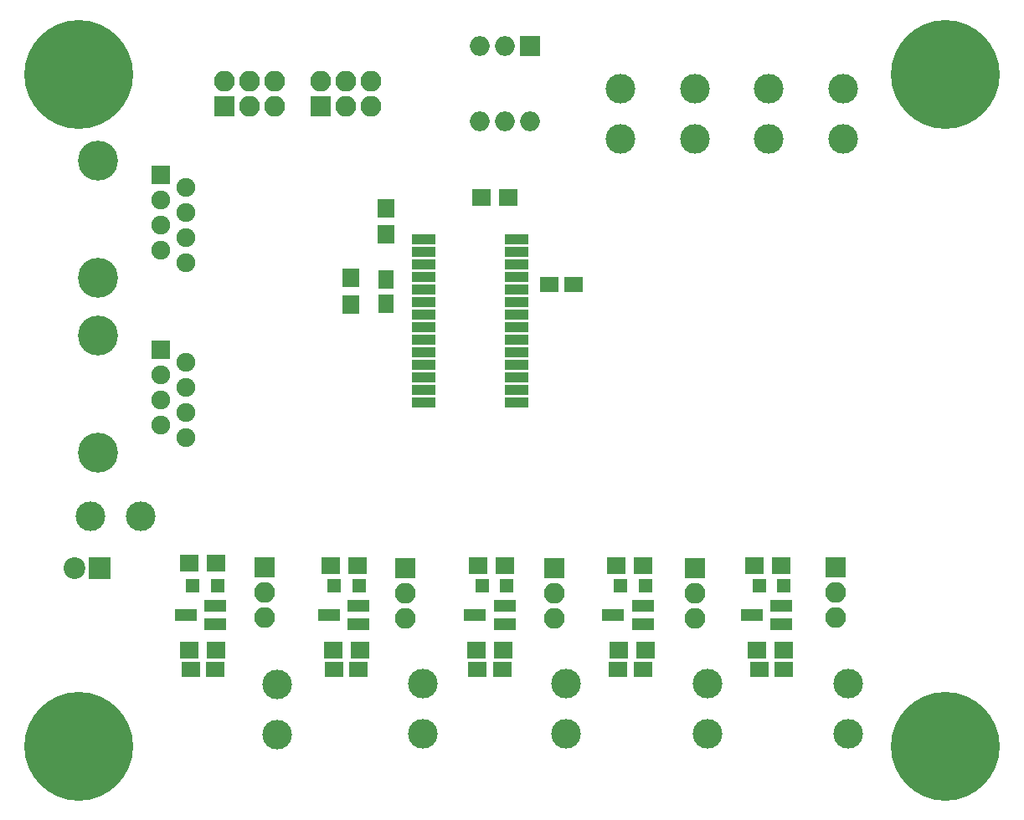
<source format=gbs>
G04 #@! TF.GenerationSoftware,KiCad,Pcbnew,(2017-11-24 revision a01d81e)-master*
G04 #@! TF.CreationDate,2017-12-03T16:31:32+01:00*
G04 #@! TF.ProjectId,PWRCTRLBRD,5057524354524C4252442E6B69636164,rev?*
G04 #@! TF.SameCoordinates,Original*
G04 #@! TF.FileFunction,Soldermask,Bot*
G04 #@! TF.FilePolarity,Negative*
%FSLAX46Y46*%
G04 Gerber Fmt 4.6, Leading zero omitted, Abs format (unit mm)*
G04 Created by KiCad (PCBNEW (2017-11-24 revision a01d81e)-master) date Sunday '03en' 03. December 2017 'kl'. 16.31.32*
%MOMM*%
%LPD*%
G01*
G04 APERTURE LIST*
%ADD10C,1.300000*%
%ADD11C,11.000000*%
%ADD12C,4.050000*%
%ADD13R,1.900000X1.900000*%
%ADD14C,1.900000*%
%ADD15R,1.650000X1.900000*%
%ADD16R,1.900000X1.650000*%
%ADD17C,3.000000*%
%ADD18R,2.300000X1.200000*%
%ADD19R,1.700000X1.900000*%
%ADD20R,1.900000X1.700000*%
%ADD21R,2.000000X2.000000*%
%ADD22O,2.000000X2.000000*%
%ADD23R,2.400000X1.000000*%
%ADD24R,2.100000X2.100000*%
%ADD25O,2.100000X2.100000*%
%ADD26R,2.200000X2.200000*%
%ADD27C,2.200000*%
%ADD28R,1.400000X1.400000*%
G04 APERTURE END LIST*
D10*
X124834749Y-146881251D03*
X122024000Y-145717000D03*
X119213251Y-146881251D03*
X118049000Y-149692000D03*
X119213251Y-152502749D03*
X122024000Y-153667000D03*
X124834749Y-152502749D03*
X125999000Y-149692000D03*
D11*
X122024000Y-149692000D03*
X122024000Y-81692000D03*
D10*
X125999000Y-81692000D03*
X124834749Y-84502749D03*
X122024000Y-85667000D03*
X119213251Y-84502749D03*
X118049000Y-81692000D03*
X119213251Y-78881251D03*
X122024000Y-77717000D03*
X124834749Y-78881251D03*
X212434749Y-78881251D03*
X209624000Y-77717000D03*
X206813251Y-78881251D03*
X205649000Y-81692000D03*
X206813251Y-84502749D03*
X209624000Y-85667000D03*
X212434749Y-84502749D03*
X213599000Y-81692000D03*
D11*
X209624000Y-81692000D03*
D12*
X123974000Y-119992000D03*
X123974000Y-108122000D03*
D13*
X130324000Y-109612000D03*
D14*
X132864000Y-110882000D03*
X130324000Y-112152000D03*
X132864000Y-113422000D03*
X130324000Y-114692000D03*
X132864000Y-115962000D03*
X130324000Y-117232000D03*
X132864000Y-118502000D03*
D15*
X153074000Y-102442000D03*
X153074000Y-104942000D03*
D16*
X133324000Y-141942000D03*
X135824000Y-141942000D03*
X147824000Y-141942000D03*
X150324000Y-141942000D03*
X162324000Y-141942000D03*
X164824000Y-141942000D03*
X176574000Y-141942000D03*
X179074000Y-141942000D03*
X190824000Y-141942000D03*
X193324000Y-141942000D03*
D17*
X128324000Y-126442000D03*
X123244000Y-126442000D03*
X176824000Y-88272000D03*
X176824000Y-83192000D03*
X184324000Y-88272000D03*
X184324000Y-83192000D03*
X191824000Y-88272000D03*
X191824000Y-83192000D03*
X199324000Y-88272000D03*
X199324000Y-83192000D03*
X142074000Y-143442000D03*
X142074000Y-148522000D03*
D12*
X123974000Y-102282000D03*
X123974000Y-90412000D03*
D13*
X130324000Y-91902000D03*
D14*
X132864000Y-93172000D03*
X130324000Y-94442000D03*
X132864000Y-95712000D03*
X130324000Y-96982000D03*
X132864000Y-98252000D03*
X130324000Y-99522000D03*
X132864000Y-100792000D03*
D17*
X156824000Y-143362000D03*
X156824000Y-148442000D03*
X171324000Y-143362000D03*
X171324000Y-148442000D03*
X185574000Y-143362000D03*
X185574000Y-148442000D03*
X199824000Y-143362000D03*
X199824000Y-148442000D03*
D18*
X135824000Y-135492000D03*
X135824000Y-137392000D03*
X132824000Y-136442000D03*
X150324000Y-135492000D03*
X150324000Y-137392000D03*
X147324000Y-136442000D03*
X165074000Y-135492000D03*
X165074000Y-137392000D03*
X162074000Y-136442000D03*
X179074000Y-135492000D03*
X179074000Y-137392000D03*
X176074000Y-136442000D03*
X193074000Y-135492000D03*
X193074000Y-137392000D03*
X190074000Y-136442000D03*
D19*
X149574000Y-105042000D03*
X149574000Y-102342000D03*
D20*
X162724000Y-94192000D03*
X165424000Y-94192000D03*
D19*
X153074000Y-95242000D03*
X153074000Y-97942000D03*
D20*
X135924000Y-131192000D03*
X133224000Y-131192000D03*
X133224000Y-139942000D03*
X135924000Y-139942000D03*
X150174000Y-131442000D03*
X147474000Y-131442000D03*
X147724000Y-139942000D03*
X150424000Y-139942000D03*
X165074000Y-131442000D03*
X162374000Y-131442000D03*
X162224000Y-139942000D03*
X164924000Y-139942000D03*
X179074000Y-131442000D03*
X176374000Y-131442000D03*
X176624000Y-139942000D03*
X179324000Y-139942000D03*
X193024000Y-131442000D03*
X190324000Y-131442000D03*
X190624000Y-139942000D03*
X193324000Y-139942000D03*
D21*
X167614000Y-78822000D03*
D22*
X162534000Y-86442000D03*
X165074000Y-78822000D03*
X165074000Y-86442000D03*
X162534000Y-78822000D03*
X167614000Y-86442000D03*
D23*
X156874000Y-114947000D03*
X156874000Y-113677000D03*
X156874000Y-112407000D03*
X156874000Y-111137000D03*
X156874000Y-109867000D03*
X156874000Y-108597000D03*
X156874000Y-107327000D03*
X156874000Y-106057000D03*
X156874000Y-104787000D03*
X156874000Y-103517000D03*
X156874000Y-102247000D03*
X156874000Y-100977000D03*
X156874000Y-99707000D03*
X156874000Y-98437000D03*
X166274000Y-98437000D03*
X166274000Y-99707000D03*
X166274000Y-100977000D03*
X166274000Y-102247000D03*
X166274000Y-103517000D03*
X166274000Y-104787000D03*
X166274000Y-106057000D03*
X166274000Y-107327000D03*
X166274000Y-108597000D03*
X166274000Y-109867000D03*
X166274000Y-111137000D03*
X166274000Y-112407000D03*
X166274000Y-113677000D03*
X166274000Y-114947000D03*
D24*
X136744000Y-84942000D03*
D25*
X136744000Y-82402000D03*
X139284000Y-84942000D03*
X139284000Y-82402000D03*
X141824000Y-84942000D03*
X141824000Y-82402000D03*
D24*
X146494000Y-84942000D03*
D25*
X146494000Y-82402000D03*
X149034000Y-84942000D03*
X149034000Y-82402000D03*
X151574000Y-84942000D03*
X151574000Y-82402000D03*
D24*
X140824000Y-131612000D03*
D25*
X140824000Y-134152000D03*
X140824000Y-136692000D03*
D24*
X155074000Y-131652000D03*
D25*
X155074000Y-134192000D03*
X155074000Y-136732000D03*
D24*
X170074000Y-131652000D03*
D25*
X170074000Y-134192000D03*
X170074000Y-136732000D03*
D24*
X184324000Y-131652000D03*
D25*
X184324000Y-134192000D03*
X184324000Y-136732000D03*
D24*
X198574000Y-131612000D03*
D25*
X198574000Y-134152000D03*
X198574000Y-136692000D03*
D16*
X172074000Y-102942000D03*
X169574000Y-102942000D03*
D26*
X124114000Y-131692000D03*
D27*
X121574000Y-131692000D03*
D28*
X136074000Y-133442000D03*
X133574000Y-133442000D03*
X150374000Y-133442000D03*
X147874000Y-133442000D03*
X165324000Y-133442000D03*
X162824000Y-133442000D03*
X179324000Y-133442000D03*
X176824000Y-133442000D03*
X193324000Y-133442000D03*
X190824000Y-133442000D03*
D11*
X209624000Y-149692000D03*
D10*
X213599000Y-149692000D03*
X212434749Y-152502749D03*
X209624000Y-153667000D03*
X206813251Y-152502749D03*
X205649000Y-149692000D03*
X206813251Y-146881251D03*
X209624000Y-145717000D03*
X212434749Y-146881251D03*
M02*

</source>
